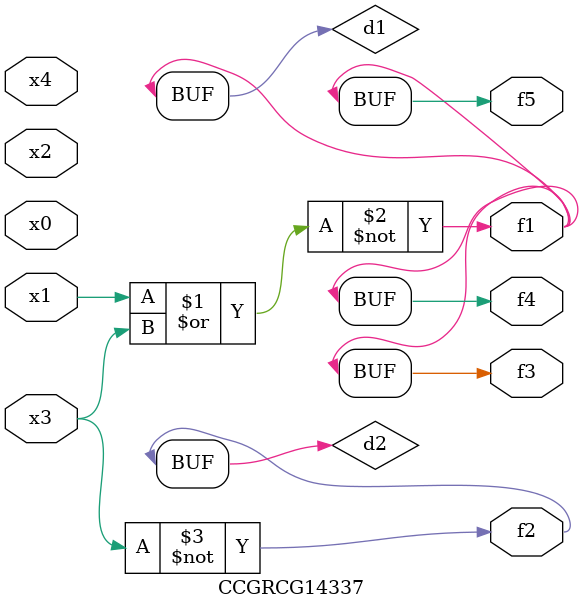
<source format=v>
module CCGRCG14337(
	input x0, x1, x2, x3, x4,
	output f1, f2, f3, f4, f5
);

	wire d1, d2;

	nor (d1, x1, x3);
	not (d2, x3);
	assign f1 = d1;
	assign f2 = d2;
	assign f3 = d1;
	assign f4 = d1;
	assign f5 = d1;
endmodule

</source>
